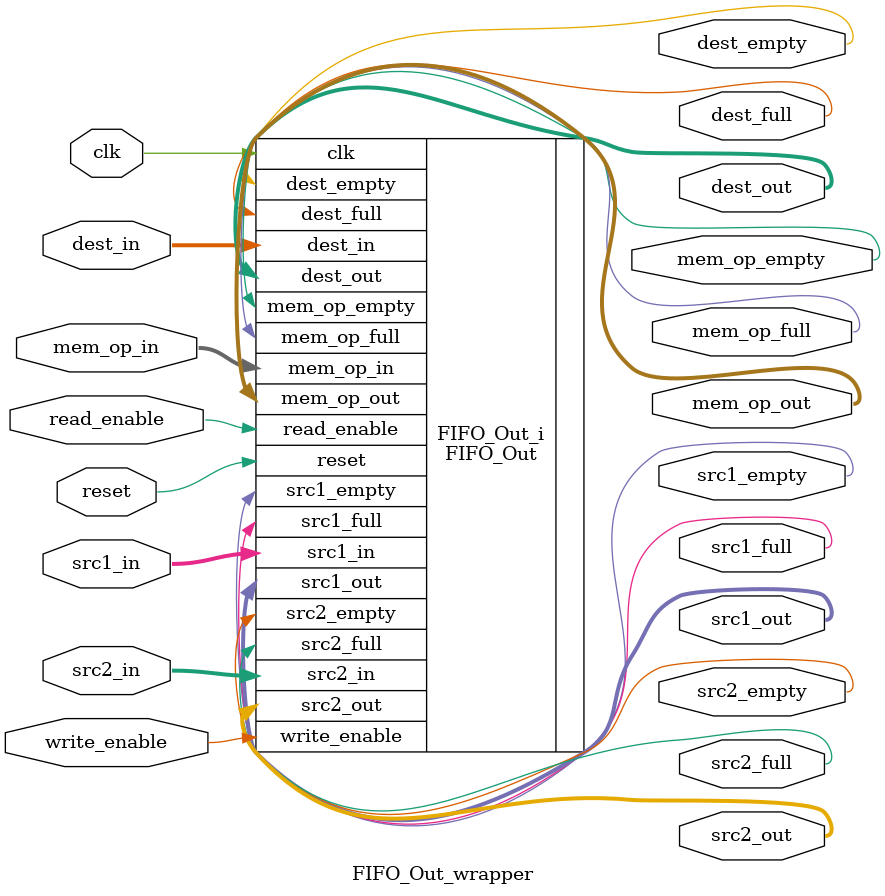
<source format=v>
`timescale 1 ps / 1 ps

module FIFO_Out_wrapper
   (clk,
    dest_empty,
    dest_full,
    dest_in,
    dest_out,
    mem_op_empty,
    mem_op_full,
    mem_op_in,
    mem_op_out,
    read_enable,
    reset,
    src1_empty,
    src1_full,
    src1_in,
    src1_out,
    src2_empty,
    src2_full,
    src2_in,
    src2_out,
    write_enable);
  input clk;
  output dest_empty;
  output dest_full;
  input [9:0]dest_in;
  output [9:0]dest_out;
  output mem_op_empty;
  output mem_op_full;
  input [1:0]mem_op_in;
  output [1:0]mem_op_out;
  input read_enable;
  input reset;
  output src1_empty;
  output src1_full;
  input [9:0]src1_in;
  output [9:0]src1_out;
  output src2_empty;
  output src2_full;
  input [9:0]src2_in;
  output [9:0]src2_out;
  input write_enable;

  wire clk;
  wire dest_empty;
  wire dest_full;
  wire [9:0]dest_in;
  wire [9:0]dest_out;
  wire mem_op_empty;
  wire mem_op_full;
  wire [1:0]mem_op_in;
  wire [1:0]mem_op_out;
  wire read_enable;
  wire reset;
  wire src1_empty;
  wire src1_full;
  wire [9:0]src1_in;
  wire [9:0]src1_out;
  wire src2_empty;
  wire src2_full;
  wire [9:0]src2_in;
  wire [9:0]src2_out;
  wire write_enable;

  FIFO_Out FIFO_Out_i
       (.clk(clk),
        .dest_empty(dest_empty),
        .dest_full(dest_full),
        .dest_in(dest_in),
        .dest_out(dest_out),
        .mem_op_empty(mem_op_empty),
        .mem_op_full(mem_op_full),
        .mem_op_in(mem_op_in),
        .mem_op_out(mem_op_out),
        .read_enable(read_enable),
        .reset(reset),
        .src1_empty(src1_empty),
        .src1_full(src1_full),
        .src1_in(src1_in),
        .src1_out(src1_out),
        .src2_empty(src2_empty),
        .src2_full(src2_full),
        .src2_in(src2_in),
        .src2_out(src2_out),
        .write_enable(write_enable));
endmodule

</source>
